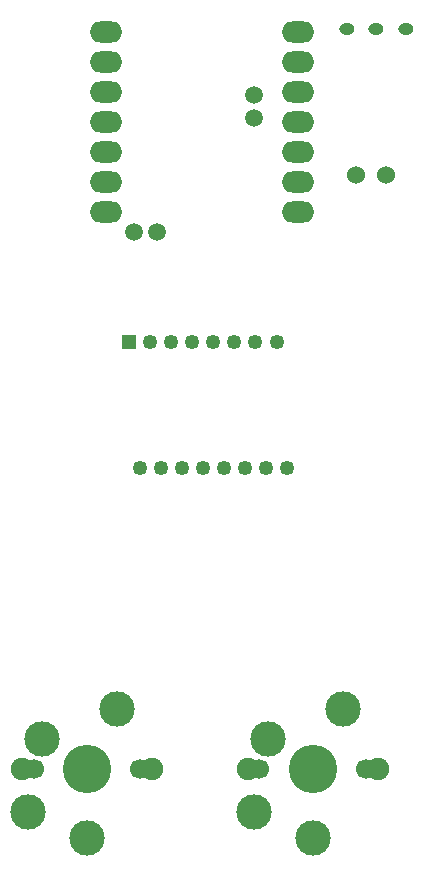
<source format=gbr>
%TF.GenerationSoftware,KiCad,Pcbnew,8.0.7*%
%TF.CreationDate,2025-02-07T09:21:37+09:00*%
%TF.ProjectId,coolpad002,636f6f6c-7061-4643-9030-322e6b696361,rev?*%
%TF.SameCoordinates,Original*%
%TF.FileFunction,Soldermask,Top*%
%TF.FilePolarity,Negative*%
%FSLAX46Y46*%
G04 Gerber Fmt 4.6, Leading zero omitted, Abs format (unit mm)*
G04 Created by KiCad (PCBNEW 8.0.7) date 2025-02-07 09:21:37*
%MOMM*%
%LPD*%
G01*
G04 APERTURE LIST*
G04 Aperture macros list*
%AMRoundRect*
0 Rectangle with rounded corners*
0 $1 Rounding radius*
0 $2 $3 $4 $5 $6 $7 $8 $9 X,Y pos of 4 corners*
0 Add a 4 corners polygon primitive as box body*
4,1,4,$2,$3,$4,$5,$6,$7,$8,$9,$2,$3,0*
0 Add four circle primitives for the rounded corners*
1,1,$1+$1,$2,$3*
1,1,$1+$1,$4,$5*
1,1,$1+$1,$6,$7*
1,1,$1+$1,$8,$9*
0 Add four rect primitives between the rounded corners*
20,1,$1+$1,$2,$3,$4,$5,0*
20,1,$1+$1,$4,$5,$6,$7,0*
20,1,$1+$1,$6,$7,$8,$9,0*
20,1,$1+$1,$8,$9,$2,$3,0*%
G04 Aperture macros list end*
%ADD10C,1.900000*%
%ADD11C,1.700000*%
%ADD12C,3.000000*%
%ADD13C,4.100000*%
%ADD14O,1.300000X1.000000*%
%ADD15C,1.524000*%
%ADD16O,2.750000X1.800000*%
%ADD17C,1.500000*%
%ADD18RoundRect,0.187500X-0.437500X-0.437500X0.437500X-0.437500X0.437500X0.437500X-0.437500X0.437500X0*%
%ADD19O,1.250000X1.250000*%
G04 APERTURE END LIST*
D10*
%TO.C,SW6*%
X141365000Y-65170000D03*
D11*
X141785000Y-65170000D03*
D12*
X141865000Y-68870000D03*
D11*
X142365000Y-65170000D03*
D12*
X143055000Y-62630000D03*
D13*
X146865000Y-65170000D03*
D12*
X146865000Y-71070000D03*
X149405000Y-60090000D03*
D11*
X151365000Y-65170000D03*
X151945000Y-65170000D03*
D10*
X152365000Y-65170000D03*
%TD*%
D14*
%TO.C,SW1*%
X149750000Y-2554000D03*
X152250000Y-2554000D03*
X154750000Y-2554000D03*
%TD*%
D10*
%TO.C,SW2*%
X122255000Y-65180000D03*
D11*
X122675000Y-65180000D03*
D12*
X122755000Y-68880000D03*
D11*
X123255000Y-65180000D03*
D12*
X123945000Y-62640000D03*
D13*
X127755000Y-65180000D03*
D12*
X127755000Y-71080000D03*
X130295000Y-60100000D03*
D11*
X132255000Y-65180000D03*
X132835000Y-65180000D03*
D10*
X133255000Y-65180000D03*
%TD*%
D15*
%TO.C,BT1*%
X150530000Y-14870000D03*
X153070000Y-14870000D03*
%TD*%
D16*
%TO.C,U3*%
X145610000Y-2774000D03*
X145610000Y-5314000D03*
X145610000Y-7854000D03*
X145610000Y-10394000D03*
X145610000Y-12934000D03*
X145610000Y-15474000D03*
X145610000Y-18014000D03*
X129370000Y-18014000D03*
X129370000Y-15474000D03*
X129370000Y-12934000D03*
X129370000Y-10394000D03*
X129370000Y-7854000D03*
X129370000Y-5314000D03*
X129370000Y-2774000D03*
D17*
X133654600Y-19706000D03*
X131775000Y-19706000D03*
X141935000Y-10077000D03*
X141935000Y-8172000D03*
%TD*%
D18*
%TO.C,U2*%
X131352893Y-29057107D03*
D19*
X133132893Y-29057107D03*
X134912893Y-29057107D03*
X136692893Y-29057107D03*
X138472893Y-29057107D03*
X140252893Y-29057107D03*
X142032893Y-29057107D03*
X143812893Y-29057107D03*
X144702893Y-39757107D03*
X142922893Y-39757107D03*
X141142893Y-39757107D03*
X139362893Y-39757107D03*
X137582893Y-39757107D03*
X135802893Y-39757107D03*
X134022893Y-39757107D03*
X132242893Y-39757107D03*
%TD*%
M02*

</source>
